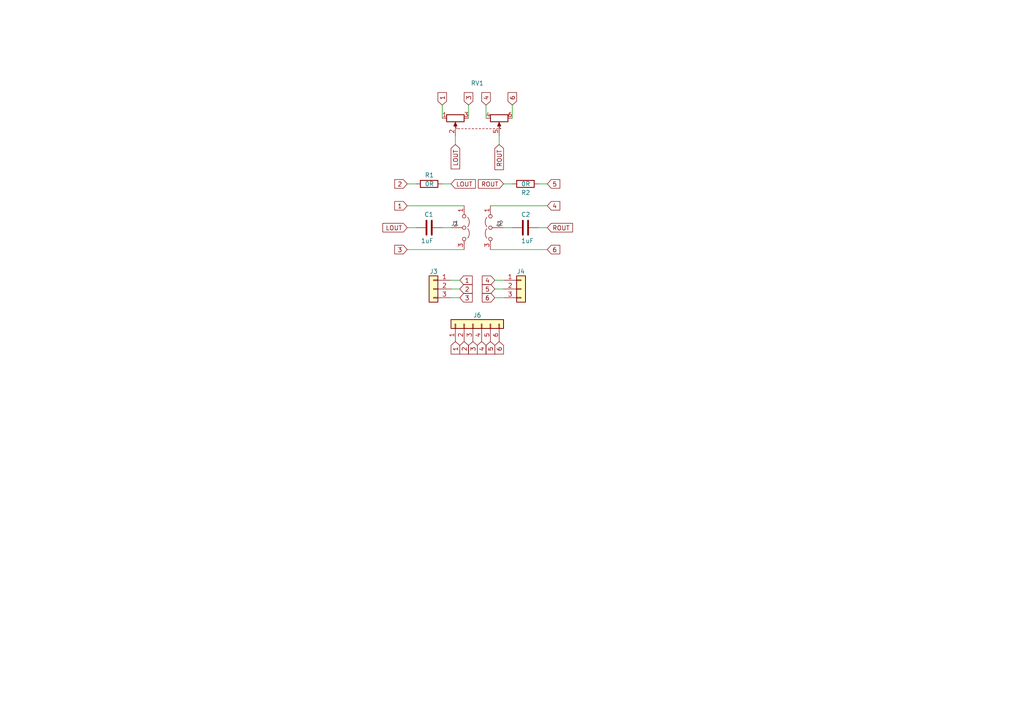
<source format=kicad_sch>
(kicad_sch (version 20230121) (generator eeschema)
  (paper "A4")
  (lib_symbols
    (symbol "Connector_Generic:Conn_01x03" (pin_names (offset 1.016) hide)
      (property "Reference" "J" (at 0 5.08 0))
      (property "Value" "Conn_01x03" (at 0 -5.08 0))
      (symbol "Conn_01x03_1_1"
        (rectangle (start -1.27 -2.413) (end 0 -2.667) (stroke (width 0.1524)))
        (rectangle (start -1.27 0.127) (end 0 -0.127) (stroke (width 0.1524)))
        (rectangle (start -1.27 2.667) (end 0 2.413) (stroke (width 0.1524)))
        (rectangle (start -1.27 3.81) (end 1.27 -3.81) (stroke (width 0.254)) (fill (type background)))
        (pin passive line (at -5.08 2.54 0) (length 3.81) (name "Pin_1") (number "1"))
        (pin passive line (at -5.08 0 0) (length 3.81) (name "Pin_2") (number "2"))
        (pin passive line (at -5.08 -2.54 0) (length 3.81) (name "Pin_3") (number "3"))
      )
    )
    (symbol "Connector_Generic:Conn_01x06" (pin_names (offset 1.016) hide)
      (property "Reference" "J" (at 0 7.62 0))
      (property "Value" "Conn_01x06" (at 0 -10.16 0))
      (symbol "Conn_01x06_1_1"
        (rectangle (start -1.27 -7.493) (end 0 -7.747) (stroke (width 0.1524)))
        (rectangle (start -1.27 -4.953) (end 0 -5.207) (stroke (width 0.1524)))
        (rectangle (start -1.27 -2.413) (end 0 -2.667) (stroke (width 0.1524)))
        (rectangle (start -1.27 0.127) (end 0 -0.127) (stroke (width 0.1524)))
        (rectangle (start -1.27 2.667) (end 0 2.413) (stroke (width 0.1524)))
        (rectangle (start -1.27 5.207) (end 0 4.953) (stroke (width 0.1524)))
        (rectangle (start -1.27 6.35) (end 1.27 -8.89) (stroke (width 0.254)) (fill (type background)))
        (pin passive line (at -5.08 5.08 0) (length 3.81) (name "Pin_1") (number "1"))
        (pin passive line (at -5.08 2.54 0) (length 3.81) (name "Pin_2") (number "2"))
        (pin passive line (at -5.08 0 0) (length 3.81) (name "Pin_3") (number "3"))
        (pin passive line (at -5.08 -2.54 0) (length 3.81) (name "Pin_4") (number "4"))
        (pin passive line (at -5.08 -5.08 0) (length 3.81) (name "Pin_5") (number "5"))
        (pin passive line (at -5.08 -7.62 0) (length 3.81) (name "Pin_6") (number "6"))
      )
    )
    (symbol "Device:C" (pin_numbers hide) (pin_names (offset 0.254))
      (property "Reference" "C" (at 0.635 2.54 0))
      (property "Value" "C" (at 0.635 -2.54 0))
      (symbol "C_0_1"
        (polyline (pts (xy -2.032 -0.762) (xy 2.032 -0.762)) (stroke (width 0.508)))
        (polyline (pts (xy -2.032 0.762) (xy 2.032 0.762)) (stroke (width 0.508)))
      )
      (symbol "C_1_1"
        (pin passive line (at 0 3.81 270) (length 2.794) (name "~") (number "1"))
        (pin passive line (at 0 -3.81 90) (length 2.794) (name "~") (number "2"))
      )
    )
    (symbol "Device:R" (pin_numbers hide) (pin_names (offset 0))
      (property "Reference" "R" (at 2.032 0 90))
      (property "Value" "R" (at 0 0 90))
      (symbol "R_0_1"
        (rectangle (start -1.016 -2.54) (end 1.016 2.54) (stroke (width 0.254)))
      )
      (symbol "R_1_1"
        (pin passive line (at 0 3.81 270) (length 1.27) (name "~") (number "1"))
        (pin passive line (at 0 -3.81 90) (length 1.27) (name "~") (number "2"))
      )
    )
    (symbol "Device:R_Potentiometer_Dual" (pin_names (offset 1.016) hide)
      (property "Reference" "RV" (at 0 3.81 0))
      (property "Value" "R_Potentiometer_Dual" (at 0 1.905 0))
      (symbol "R_Potentiometer_Dual_0_1"
        (rectangle (start -8.89 -1.524) (end -3.81 -3.556) (stroke (width 0.254)))
        (polyline (pts (xy -6.35 0) (xy -6.35 -1.016)))
        (polyline (pts (xy -6.35 0) (xy -6.35 -1.016)))
        (polyline (pts (xy -6.35 0) (xy -5.842 0.508)))
        (polyline (pts (xy -5.588 0.508) (xy -5.08 0.508)))
        (polyline (pts (xy -4.572 0.508) (xy -4.064 0.508)))
        (polyline (pts (xy -3.556 0.508) (xy -3.048 0.508)))
        (polyline (pts (xy -2.54 0.508) (xy -2.032 0.508)))
        (polyline (pts (xy -1.524 0.508) (xy -1.016 0.508)))
        (polyline (pts (xy -0.508 0.508) (xy 0 0.508)))
        (polyline (pts (xy 0.508 0.508) (xy 1.016 0.508)))
        (polyline (pts (xy 1.524 0.508) (xy 2.032 0.508)))
        (polyline (pts (xy 2.54 0.508) (xy 3.048 0.508)))
        (polyline (pts (xy 3.556 0.508) (xy 4.064 0.508)))
        (polyline (pts (xy 4.572 0.508) (xy 5.08 0.508)))
        (polyline (pts (xy 5.588 0.508) (xy 6.096 0.508)))
        (polyline (pts (xy 6.35 0) (xy 6.35 -1.016)))
        (polyline (pts (xy 6.35 0) (xy 6.35 -1.016)))
        (polyline (pts (xy 6.604 0.508) (xy 6.858 0.508) (xy 6.35 0)))
        (polyline (pts (xy -6.35 -1.397) (xy -6.858 -0.254) (xy -5.842 -0.254) (xy -6.35 -1.397)) (fill (type outline)))
        (polyline (pts (xy 6.35 -1.397) (xy 5.842 -0.254) (xy 6.858 -0.254) (xy 6.35 -1.397)) (fill (type outline)))
        (rectangle (start 3.81 -1.524) (end 8.89 -3.556) (stroke (width 0.254)))
      )
      (symbol "R_Potentiometer_Dual_1_1"
        (pin passive line (at -10.16 -2.54 0) (length 1.27) (name "1") (number "1"))
        (pin passive line (at -6.35 2.54 270) (length 2.54) (name "2") (number "2"))
        (pin passive line (at -2.54 -2.54 180) (length 1.27) (name "3") (number "3"))
        (pin passive line (at 2.54 -2.54 0) (length 1.27) (name "4") (number "4"))
        (pin passive line (at 6.35 2.54 270) (length 2.54) (name "5") (number "5"))
        (pin passive line (at 10.16 -2.54 180) (length 1.27) (name "6") (number "6"))
      )
    )
    (symbol "Jumper:Jumper_3_Open" (pin_names (offset 0) hide)
      (property "Reference" "JP" (at -2.54 -2.54 0))
      (property "Value" "Jumper_3_Open" (at 0 2.794 0))
      (symbol "Jumper_3_Open_0_0"
        (circle (center -3.302 0) (radius 0.508))
        (circle (center 0 0) (radius 0.508))
        (circle (center 3.302 0) (radius 0.508))
      )
      (symbol "Jumper_3_Open_0_1"
        (arc (start -0.254 1.016) (mid -1.651 1.4992) (end -3.048 1.016))
        (polyline (pts (xy 0 -0.508) (xy 0 -1.27)))
        (arc (start 3.048 1.016) (mid 1.651 1.4992) (end 0.254 1.016))
      )
      (symbol "Jumper_3_Open_1_1"
        (pin passive line (at -6.35 0 0) (length 2.54) (name "A") (number "1"))
        (pin passive line (at 0 -3.81 90) (length 2.54) (name "C") (number "2"))
        (pin passive line (at 6.35 0 180) (length 2.54) (name "B") (number "3"))
      )
    )
  )
  (wire (pts (xy 120.65 53.34) (xy 118.11 53.34)))
  (wire (pts (xy 132.08 41.91) (xy 132.08 39.37)))
  (wire (pts (xy 144.78 41.91) (xy 144.78 39.37)))
  (wire (pts (xy 143.51 86.36) (xy 146.05 86.36)))
  (wire (pts (xy 135.89 30.48) (xy 135.89 34.29)))
  (wire (pts (xy 128.27 53.34) (xy 130.81 53.34)))
  (wire (pts (xy 143.51 81.28) (xy 146.05 81.28)))
  (wire (pts (xy 128.27 30.48) (xy 128.27 34.29)))
  (wire (pts (xy 133.35 81.28) (xy 130.81 81.28)))
  (wire (pts (xy 158.75 66.04) (xy 156.21 66.04)))
  (wire (pts (xy 118.11 72.39) (xy 134.62 72.39)))
  (wire (pts (xy 133.35 86.36) (xy 130.81 86.36)))
  (wire (pts (xy 142.24 59.69) (xy 158.75 59.69)))
  (wire (pts (xy 146.05 66.04) (xy 148.59 66.04)))
  (wire (pts (xy 148.59 53.34) (xy 146.05 53.34)))
  (wire (pts (xy 118.11 59.69) (xy 134.62 59.69)))
  (wire (pts (xy 143.51 83.82) (xy 146.05 83.82)))
  (wire (pts (xy 128.27 66.04) (xy 130.81 66.04)))
  (wire (pts (xy 142.24 72.39) (xy 158.75 72.39)))
  (wire (pts (xy 133.35 83.82) (xy 130.81 83.82)))
  (wire (pts (xy 118.11 66.04) (xy 120.65 66.04)))
  (wire (pts (xy 140.97 30.48) (xy 140.97 34.29)))
  (wire (pts (xy 156.21 53.34) (xy 158.75 53.34)))
  (wire (pts (xy 148.59 30.48) (xy 148.59 34.29)))
  (global_label "5" (shape input) (at 142.24 99.06 270) (property "Intersheetrefs" "${INTERSHEET_REFS}" (effects hide)))
  (global_label "4" (shape input) (at 139.7 99.06 270) (property "Intersheetrefs" "${INTERSHEET_REFS}" (effects hide)))
  (global_label "3" (shape input) (at 137.16 99.06 270) (property "Intersheetrefs" "${INTERSHEET_REFS}" (effects hide)))
  (global_label "2" (shape input) (at 133.35 83.82 0) (property "Intersheetrefs" "${INTERSHEET_REFS}" (effects hide)))
  (global_label "5" (shape input) (at 143.51 83.82 180) (property "Intersheetrefs" "${INTERSHEET_REFS}" (effects hide)))
  (global_label "6" (shape input) (at 148.59 30.48 90) (property "Intersheetrefs" "${INTERSHEET_REFS}" (effects hide)))
  (global_label "1" (shape input) (at 128.27 30.48 90) (property "Intersheetrefs" "${INTERSHEET_REFS}" (effects hide)))
  (global_label "4" (shape input) (at 140.97 30.48 90) (property "Intersheetrefs" "${INTERSHEET_REFS}" (effects hide)))
  (global_label "ROUT" (shape input) (at 144.78 41.91 270) (property "Intersheetrefs" "${INTERSHEET_REFS}" (effects hide)))
  (global_label "3" (shape input) (at 135.89 30.48 90) (property "Intersheetrefs" "${INTERSHEET_REFS}" (effects hide)))
  (global_label "LOUT" (shape input) (at 118.11 66.04 180) (property "Intersheetrefs" "${INTERSHEET_REFS}" (effects hide)))
  (global_label "LOUT" (shape input) (at 132.08 41.91 270) (property "Intersheetrefs" "${INTERSHEET_REFS}" (effects hide)))
  (global_label "6" (shape input) (at 144.78 99.06 270) (property "Intersheetrefs" "${INTERSHEET_REFS}" (effects hide)))
  (global_label "3" (shape input) (at 118.11 72.39 180) (property "Intersheetrefs" "${INTERSHEET_REFS}" (effects hide)))
  (global_label "6" (shape input) (at 143.51 86.36 180) (property "Intersheetrefs" "${INTERSHEET_REFS}" (effects hide)))
  (global_label "4" (shape input) (at 158.75 59.69 0) (property "Intersheetrefs" "${INTERSHEET_REFS}" (effects hide)))
  (global_label "5" (shape input) (at 158.75 53.34 0) (property "Intersheetrefs" "${INTERSHEET_REFS}" (effects hide)))
  (global_label "ROUT" (shape input) (at 146.05 53.34 180) (property "Intersheetrefs" "${INTERSHEET_REFS}" (effects hide)))
  (global_label "1" (shape input) (at 132.08 99.06 270) (property "Intersheetrefs" "${INTERSHEET_REFS}" (effects hide)))
  (global_label "6" (shape input) (at 158.75 72.39 0) (property "Intersheetrefs" "${INTERSHEET_REFS}" (effects hide)))
  (global_label "1" (shape input) (at 133.35 81.28 0) (property "Intersheetrefs" "${INTERSHEET_REFS}" (effects hide)))
  (global_label "2" (shape input) (at 134.62 99.06 270) (property "Intersheetrefs" "${INTERSHEET_REFS}" (effects hide)))
  (global_label "4" (shape input) (at 143.51 81.28 180) (property "Intersheetrefs" "${INTERSHEET_REFS}" (effects hide)))
  (global_label "3" (shape input) (at 133.35 86.36 0) (property "Intersheetrefs" "${INTERSHEET_REFS}" (effects hide)))
  (global_label "ROUT" (shape input) (at 158.75 66.04 0) (property "Intersheetrefs" "${INTERSHEET_REFS}" (effects hide)))
  (global_label "1" (shape input) (at 118.11 59.69 180) (property "Intersheetrefs" "${INTERSHEET_REFS}" (effects hide)))
  (global_label "2" (shape input) (at 118.11 53.34 180) (property "Intersheetrefs" "${INTERSHEET_REFS}" (effects hide)))
  (global_label "LOUT" (shape input) (at 130.81 53.34 0) (property "Intersheetrefs" "${INTERSHEET_REFS}" (effects hide)))
  (symbol (lib_id "Connector_Generic:Conn_01x06") (at 137.16 93.98 90) (unit 1)
    (property "Reference" "J6" (at 138.43 91.44 90))
    (property "Value" "Conn_01x06" (effects hide))
    (property "Footprint" "Library:PinHeader_1x06_P2.54mm_Vertical_no_silk" (effects hide))
  )
  (symbol (lib_id "Device:R_Potentiometer_Dual") (at 138.43 36.83 0) (mirror x) (unit 1)
    (property "Reference" "RV1" (at 138.43 24.13 0))
    (property "Value" "R_Potentiometer_Dual" (effects hide))
    (property "Footprint" "Library:Potentiometer_60mm_Travel_Dual_Slide" (effects hide))
  )
  (symbol (lib_id "Device:R") (at 124.46 53.34 270) (mirror x) (unit 1)
    (property "Reference" "R1" (at 123.19 50.8 90) (effects (justify left)))
    (property "Value" "0R" (at 123.19 53.34 90) (effects (justify left)))
    (property "Footprint" "Resistor_SMD:R_0805_2012Metric_Pad1.20x1.40mm_HandSolder" (effects hide))
  )
  (symbol (lib_id "Jumper:Jumper_3_Open") (at 142.24 66.04 90) (mirror x) (unit 1)
    (property "Reference" "J2" (at 146.05 64.77 90) (effects (justify left)))
    (property "Value" "Conn_01x03" (effects hide))
    (property "Footprint" "Library:PinHeader_1x03_P2.54mm_Vertical_no_silk" (effects hide))
  )
  (symbol (lib_id "Connector_Generic:Conn_01x03") (at 125.73 83.82 0) (mirror y) (unit 1)
    (property "Reference" "J3" (at 127 78.74 0) (effects (justify left)))
    (property "Value" "Conn_01x03" (effects hide))
    (property "Footprint" "Library:PinHeader_1x03_P2.54mm_Vertical_no_silk" (effects hide))
  )
  (symbol (lib_id "Jumper:Jumper_3_Open") (at 134.62 66.04 270) (unit 1)
    (property "Reference" "J1" (at 130.81 64.77 90) (effects (justify left)))
    (property "Value" "Conn_01x03" (effects hide))
    (property "Footprint" "Library:PinHeader_1x03_P2.54mm_Vertical_no_silk" (effects hide))
  )
  (symbol (lib_id "Device:R") (at 152.4 53.34 270) (unit 1)
    (property "Reference" "R2" (at 151.13 55.88 90) (effects (justify left)))
    (property "Value" "0R" (at 151.13 53.34 90) (effects (justify left)))
    (property "Footprint" "Resistor_SMD:R_0805_2012Metric_Pad1.20x1.40mm_HandSolder" (effects hide))
  )
  (symbol (lib_id "Connector_Generic:Conn_01x03") (at 151.13 83.82 0) (unit 1)
    (property "Reference" "J4" (at 149.86 78.74 0) (effects (justify left)))
    (property "Value" "Conn_01x03" (effects hide))
    (property "Footprint" "Library:PinHeader_1x03_P2.54mm_Vertical_no_silk" (effects hide))
  )
  (symbol (lib_id "Device:C") (at 152.4 66.04 270) (mirror x) (unit 1)
    (property "Reference" "C2" (at 151.13 62.23 90) (effects (justify left)))
    (property "Value" "1uF" (at 151.13 69.85 90) (effects (justify left)))
    (property "Footprint" "Capacitor_SMD:C_0805_2012Metric_Pad1.18x1.45mm_HandSolder" (effects hide))
  )
  (symbol (lib_id "Device:C") (at 124.46 66.04 90) (unit 1)
    (property "Reference" "C1" (at 125.73 62.23 90) (effects (justify left)))
    (property "Value" "1uF" (at 125.73 69.85 90) (effects (justify left)))
    (property "Footprint" "Capacitor_SMD:C_0805_2012Metric_Pad1.18x1.45mm_HandSolder" (effects hide))
  )
)
</source>
